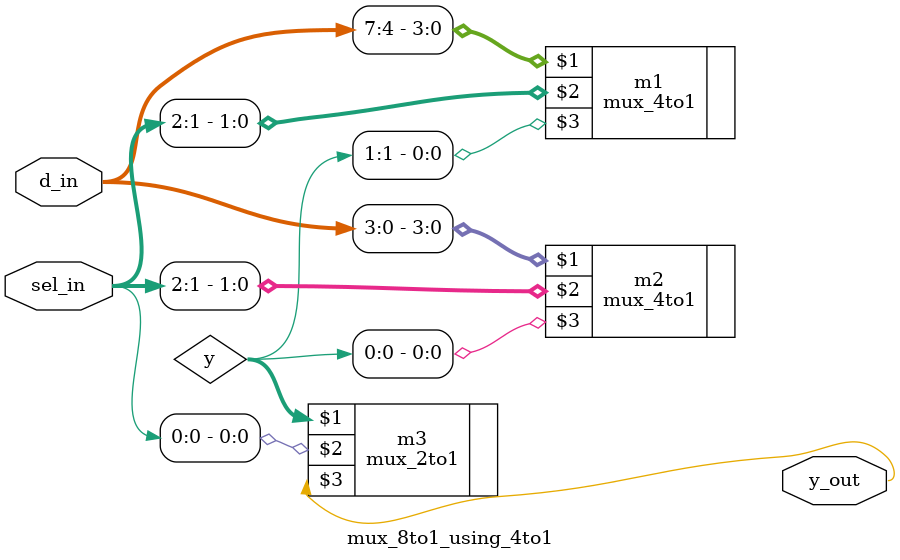
<source format=v>
`timescale 1ns / 1ps


module mux_8to1_using_4to1(
input[7:0] d_in,
input[2:0] sel_in,
output y_out);
wire [1:0]y;
mux_4to1 m1(d_in[7:4],sel_in[2:1],y[1]);
mux_4to1 m2(d_in[3:0],sel_in[2:1],y[0]);
mux_2to1 m3(y,sel_in[0],y_out);

endmodule

</source>
